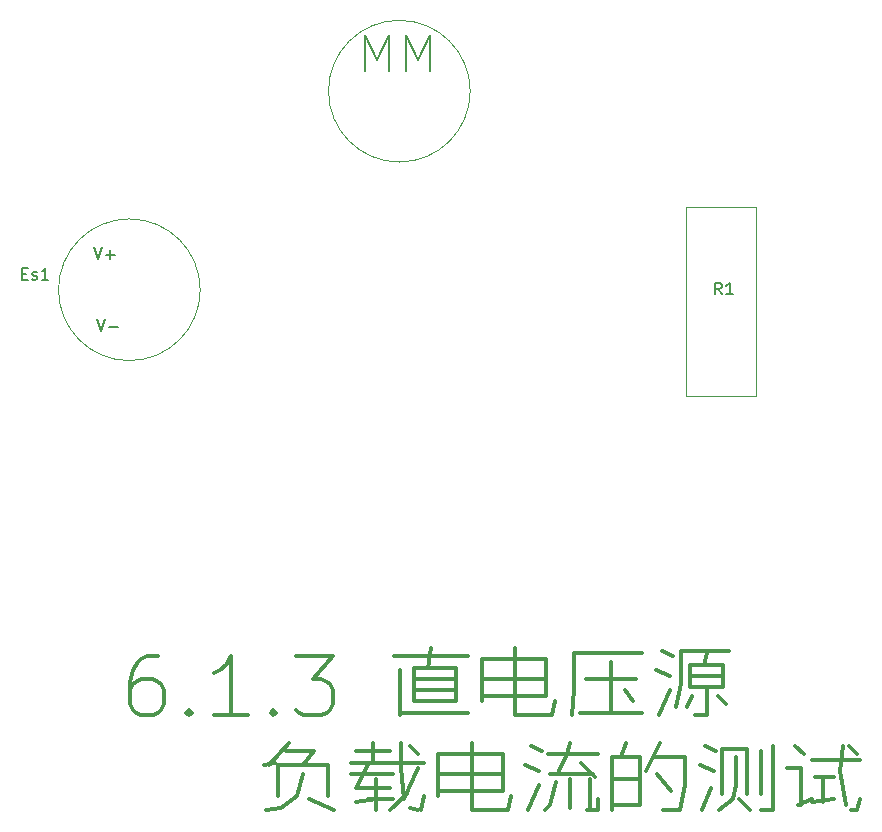
<source format=gbr>
%TF.GenerationSoftware,KiCad,Pcbnew,(6.0.7)*%
%TF.CreationDate,2022-09-05T14:44:38+08:00*%
%TF.ProjectId,6_1_3,365f315f-332e-46b6-9963-61645f706362,rev?*%
%TF.SameCoordinates,Original*%
%TF.FileFunction,Legend,Top*%
%TF.FilePolarity,Positive*%
%FSLAX46Y46*%
G04 Gerber Fmt 4.6, Leading zero omitted, Abs format (unit mm)*
G04 Created by KiCad (PCBNEW (6.0.7)) date 2022-09-05 14:44:38*
%MOMM*%
%LPD*%
G01*
G04 APERTURE LIST*
%ADD10C,0.300000*%
%ADD11C,0.150000*%
%ADD12C,0.120000*%
G04 APERTURE END LIST*
D10*
X47602457Y-87064504D02*
X46650076Y-87064504D01*
X46173885Y-87302600D01*
X45935790Y-87540695D01*
X45459600Y-88254980D01*
X45221504Y-89207361D01*
X45221504Y-91112123D01*
X45459600Y-91588314D01*
X45697695Y-91826409D01*
X46173885Y-92064504D01*
X47126266Y-92064504D01*
X47602457Y-91826409D01*
X47840552Y-91588314D01*
X48078647Y-91112123D01*
X48078647Y-89921647D01*
X47840552Y-89445457D01*
X47602457Y-89207361D01*
X47126266Y-88969266D01*
X46173885Y-88969266D01*
X45697695Y-89207361D01*
X45459600Y-89445457D01*
X45221504Y-89921647D01*
X50221504Y-91588314D02*
X50459599Y-91826409D01*
X50221504Y-92064504D01*
X49983409Y-91826409D01*
X50221504Y-91588314D01*
X50221504Y-92064504D01*
X55221504Y-92064504D02*
X52364361Y-92064504D01*
X53792933Y-92064504D02*
X53792933Y-87064504D01*
X53316742Y-87778790D01*
X52840552Y-88254980D01*
X52364361Y-88493076D01*
X57364361Y-91588314D02*
X57602457Y-91826409D01*
X57364361Y-92064504D01*
X57126266Y-91826409D01*
X57364361Y-91588314D01*
X57364361Y-92064504D01*
X59269123Y-87064504D02*
X62364361Y-87064504D01*
X60697695Y-88969266D01*
X61411980Y-88969266D01*
X61888171Y-89207361D01*
X62126266Y-89445457D01*
X62364361Y-89921647D01*
X62364361Y-91112123D01*
X62126266Y-91588314D01*
X61888171Y-91826409D01*
X61411980Y-92064504D01*
X59983409Y-92064504D01*
X59507219Y-91826409D01*
X59269123Y-91588314D01*
X67602457Y-87064504D02*
X73792933Y-87064504D01*
X69269123Y-88969266D02*
X72840552Y-88969266D01*
X69269123Y-89921647D02*
X72840552Y-89921647D01*
X69269123Y-90874028D02*
X72840552Y-90874028D01*
X68078647Y-91826409D02*
X73792933Y-91826409D01*
X68078647Y-88254980D02*
X68078647Y-92064504D01*
X69269123Y-88016885D02*
X69269123Y-90874028D01*
X70697695Y-86350219D02*
X70459600Y-88016885D01*
X69269123Y-88016885D02*
X72840552Y-88016885D01*
X72840552Y-90874028D01*
X74983409Y-88969266D02*
X80459600Y-88969266D01*
X74983409Y-90397838D02*
X80459600Y-90397838D01*
X77840552Y-92064504D02*
X80935790Y-92064504D01*
X74983409Y-87302600D02*
X74983409Y-90874028D01*
X77840552Y-86350219D02*
X77840552Y-92064504D01*
X74983409Y-87302600D02*
X80459600Y-87302600D01*
X80459600Y-90397838D01*
X81173885Y-90874028D02*
X80935790Y-92064504D01*
X82840552Y-86826409D02*
X88554838Y-86826409D01*
X83792933Y-88969266D02*
X88078647Y-88969266D01*
X83316742Y-91826409D02*
X88554838Y-91826409D01*
X85935790Y-87540695D02*
X85935790Y-91826409D01*
X87126266Y-89921647D02*
X87840552Y-90874028D01*
X82840552Y-86826409D02*
X82840552Y-89921647D01*
X82602457Y-92064504D01*
X91888171Y-86588314D02*
X95935790Y-86588314D01*
X92602457Y-88731171D02*
X95459600Y-88731171D01*
X92602457Y-89683552D02*
X95459600Y-89683552D01*
X93078647Y-92064504D02*
X94031028Y-92064504D01*
X92602457Y-87778790D02*
X92602457Y-89683552D01*
X94031028Y-86826409D02*
X93792933Y-87778790D01*
X94031028Y-89683552D02*
X94031028Y-92064504D01*
X92602457Y-87778790D02*
X95459600Y-87778790D01*
X95459600Y-89683552D01*
X94983409Y-90397838D02*
X95697695Y-91112123D01*
X92840552Y-90397838D02*
X92364361Y-91350219D01*
X90221504Y-86588314D02*
X91173885Y-87064504D01*
X89745314Y-88254980D02*
X90935790Y-88731171D01*
X90935790Y-89921647D02*
X89983409Y-92064504D01*
X91888171Y-86588314D02*
X91888171Y-89445457D01*
X91411980Y-91350219D01*
X57721504Y-96304980D02*
X57721504Y-98924028D01*
X57721504Y-96304980D02*
X62007219Y-96304980D01*
X62007219Y-98924028D01*
X57483409Y-96066885D02*
X56531028Y-96304980D01*
X58673885Y-94400219D02*
X57007219Y-96304980D01*
X58435790Y-95114504D02*
X60816742Y-95114504D01*
X59864361Y-96304980D01*
X60340552Y-99162123D02*
X62483409Y-100114504D01*
X59864361Y-97019266D02*
X59388171Y-98924028D01*
X58673885Y-99400219D01*
X57959600Y-99876409D01*
X56769123Y-100114504D01*
X64388171Y-95114504D02*
X67245314Y-95114504D01*
X63911980Y-96066885D02*
X70102457Y-96066885D01*
X63911980Y-97019266D02*
X67483409Y-97019266D01*
X64388171Y-98209742D02*
X67245314Y-98209742D01*
X65816742Y-94400219D02*
X65816742Y-96066885D01*
X66054838Y-97495457D02*
X66054838Y-100114504D01*
X68911980Y-94638314D02*
X69626266Y-95352600D01*
X68673885Y-98685933D02*
X67245314Y-100114504D01*
X68911980Y-99876409D02*
X69626266Y-100114504D01*
X69626266Y-96543076D02*
X68435790Y-99162123D01*
X65340552Y-96304980D02*
X64388171Y-98209742D01*
X70102457Y-98924028D02*
X69864361Y-100114504D01*
X68197695Y-94400219D02*
X68197695Y-96543076D01*
X68435790Y-99162123D01*
X66054838Y-99162123D02*
X64388171Y-99400219D01*
X66769123Y-99162123D02*
X65340552Y-99162123D01*
X67483409Y-99162123D02*
X66054838Y-99162123D01*
X71292933Y-97019266D02*
X76769123Y-97019266D01*
X71292933Y-98447838D02*
X76769123Y-98447838D01*
X74150076Y-100114504D02*
X77245314Y-100114504D01*
X71292933Y-95352600D02*
X71292933Y-98924028D01*
X74150076Y-94400219D02*
X74150076Y-100114504D01*
X71292933Y-95352600D02*
X76769123Y-95352600D01*
X76769123Y-98447838D01*
X77483409Y-98924028D02*
X77245314Y-100114504D01*
X80578647Y-95352600D02*
X84864361Y-95352600D01*
X80816742Y-97019266D02*
X84388171Y-97019266D01*
X83911980Y-100114504D02*
X84864361Y-100114504D01*
X82483409Y-97495457D02*
X82483409Y-99876409D01*
X84150076Y-97495457D02*
X84150076Y-100114504D01*
X84864361Y-99162123D02*
X84864361Y-100114504D01*
X83435790Y-96066885D02*
X84626266Y-97257361D01*
X79150076Y-94638314D02*
X80102457Y-95114504D01*
X78673885Y-96304980D02*
X79864361Y-96781171D01*
X79864361Y-97971647D02*
X78911980Y-100114504D01*
X82483409Y-94400219D02*
X82245314Y-95352600D01*
X81531028Y-96781171D01*
X81292933Y-97733552D02*
X80816742Y-99638314D01*
X80340552Y-100114504D01*
X86054838Y-97495457D02*
X88435790Y-97495457D01*
X86054838Y-99638314D02*
X88435790Y-99638314D01*
X90340552Y-100114504D02*
X91769123Y-100114504D01*
X86054838Y-95590695D02*
X86054838Y-100114504D01*
X86054838Y-95590695D02*
X88435790Y-95590695D01*
X88435790Y-99638314D01*
X89864361Y-97019266D02*
X91054838Y-98447838D01*
X87245314Y-94400219D02*
X86769123Y-95590695D01*
X90102457Y-94400219D02*
X88911980Y-96781171D01*
X89626266Y-95590695D02*
X92245314Y-95590695D01*
X92245314Y-97971647D01*
X91769123Y-100114504D01*
X98673885Y-100114504D02*
X99626266Y-100114504D01*
X95340552Y-94876409D02*
X95340552Y-98685933D01*
X95340552Y-94876409D02*
X97483409Y-94876409D01*
X97483409Y-98685933D01*
X98673885Y-95114504D02*
X98673885Y-98685933D01*
X99626266Y-94638314D02*
X99626266Y-100114504D01*
X96769123Y-99162123D02*
X97721504Y-100114504D01*
X96292933Y-99162123D02*
X95102457Y-100114504D01*
X93911980Y-94638314D02*
X94864361Y-95114504D01*
X93435790Y-96304980D02*
X94626266Y-96781171D01*
X94388171Y-98209742D02*
X93673885Y-100114504D01*
X96531028Y-95590695D02*
X96531028Y-97971647D01*
X96292933Y-99162123D01*
X102959600Y-95828790D02*
X107007219Y-95828790D01*
X103197695Y-97257361D02*
X104864361Y-97257361D01*
X100816742Y-96543076D02*
X102007219Y-96543076D01*
X102007219Y-99638314D01*
X103911980Y-97257361D02*
X103911980Y-99400219D01*
X101531028Y-94638314D02*
X102245314Y-95352600D01*
X106054838Y-94638314D02*
X106769123Y-95352600D01*
X102959600Y-99162123D02*
X101769123Y-99638314D01*
X104864361Y-99162123D02*
X102959600Y-99400219D01*
X107007219Y-99162123D02*
X106769123Y-100114504D01*
X106292933Y-100114504D01*
X105578647Y-94638314D02*
X105340552Y-96781171D01*
X105816742Y-99638314D01*
D11*
%TO.C,MM*%
X65154514Y-37475942D02*
X65154514Y-34475942D01*
X66154514Y-36618800D01*
X67154514Y-34475942D01*
X67154514Y-37475942D01*
X68583085Y-37475942D02*
X68583085Y-34475942D01*
X69583085Y-36618800D01*
X70583085Y-34475942D01*
X70583085Y-37475942D01*
%TO.C,Es1*%
X36064961Y-54665571D02*
X36398295Y-54665571D01*
X36541152Y-55189380D02*
X36064961Y-55189380D01*
X36064961Y-54189380D01*
X36541152Y-54189380D01*
X36922104Y-55141761D02*
X37017342Y-55189380D01*
X37207819Y-55189380D01*
X37303057Y-55141761D01*
X37350676Y-55046523D01*
X37350676Y-54998904D01*
X37303057Y-54903666D01*
X37207819Y-54856047D01*
X37064961Y-54856047D01*
X36969723Y-54808428D01*
X36922104Y-54713190D01*
X36922104Y-54665571D01*
X36969723Y-54570333D01*
X37064961Y-54522714D01*
X37207819Y-54522714D01*
X37303057Y-54570333D01*
X38303057Y-55189380D02*
X37731628Y-55189380D01*
X38017342Y-55189380D02*
X38017342Y-54189380D01*
X37922104Y-54332238D01*
X37826866Y-54427476D01*
X37731628Y-54475095D01*
X42176819Y-52436780D02*
X42510152Y-53436780D01*
X42843485Y-52436780D01*
X43176819Y-53055828D02*
X43938723Y-53055828D01*
X43557771Y-53436780D02*
X43557771Y-52674876D01*
X42430819Y-58532780D02*
X42764152Y-59532780D01*
X43097485Y-58532780D01*
X43430819Y-59151828D02*
X44192723Y-59151828D01*
%TO.C,R1*%
X95311933Y-56433980D02*
X94978600Y-55957790D01*
X94740504Y-56433980D02*
X94740504Y-55433980D01*
X95121457Y-55433980D01*
X95216695Y-55481600D01*
X95264314Y-55529219D01*
X95311933Y-55624457D01*
X95311933Y-55767314D01*
X95264314Y-55862552D01*
X95216695Y-55910171D01*
X95121457Y-55957790D01*
X94740504Y-55957790D01*
X96264314Y-56433980D02*
X95692885Y-56433980D01*
X95978600Y-56433980D02*
X95978600Y-55433980D01*
X95883361Y-55576838D01*
X95788123Y-55672076D01*
X95692885Y-55719695D01*
D12*
%TO.C,MM*%
X74021200Y-39217600D02*
G75*
G03*
X74021200Y-39217600I-6000000J0D01*
G01*
%TO.C,Es1*%
X51161200Y-56032400D02*
G75*
G03*
X51161200Y-56032400I-6000000J0D01*
G01*
%TO.C,R1*%
X98250000Y-49048400D02*
X92250000Y-49048400D01*
X92250000Y-49048400D02*
X92250000Y-65048400D01*
X92250000Y-65048400D02*
X98250000Y-65048400D01*
X98250000Y-65048400D02*
X98250000Y-49048400D01*
%TD*%
M02*

</source>
